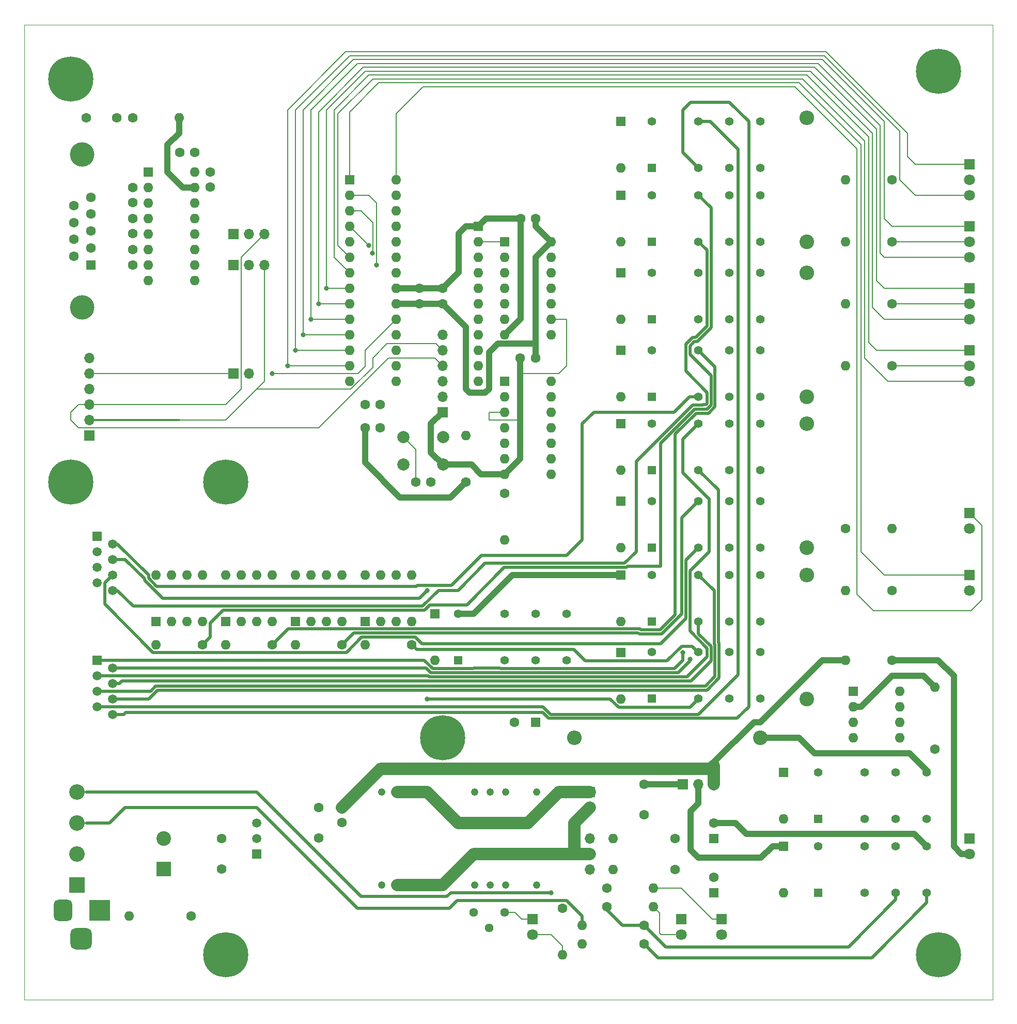
<source format=gbr>
G04 #@! TF.GenerationSoftware,KiCad,Pcbnew,8.0.1*
G04 #@! TF.CreationDate,2024-03-24T02:00:16-07:00*
G04 #@! TF.ProjectId,1d_coinctrl,31645f63-6f69-46e6-9374-726c2e6b6963,4*
G04 #@! TF.SameCoordinates,Original*
G04 #@! TF.FileFunction,Copper,L1,Top*
G04 #@! TF.FilePolarity,Positive*
%FSLAX46Y46*%
G04 Gerber Fmt 4.6, Leading zero omitted, Abs format (unit mm)*
G04 Created by KiCad (PCBNEW 8.0.1) date 2024-03-24 02:00:16*
%MOMM*%
%LPD*%
G01*
G04 APERTURE LIST*
G04 Aperture macros list*
%AMRoundRect*
0 Rectangle with rounded corners*
0 $1 Rounding radius*
0 $2 $3 $4 $5 $6 $7 $8 $9 X,Y pos of 4 corners*
0 Add a 4 corners polygon primitive as box body*
4,1,4,$2,$3,$4,$5,$6,$7,$8,$9,$2,$3,0*
0 Add four circle primitives for the rounded corners*
1,1,$1+$1,$2,$3*
1,1,$1+$1,$4,$5*
1,1,$1+$1,$6,$7*
1,1,$1+$1,$8,$9*
0 Add four rect primitives between the rounded corners*
20,1,$1+$1,$2,$3,$4,$5,0*
20,1,$1+$1,$4,$5,$6,$7,0*
20,1,$1+$1,$6,$7,$8,$9,0*
20,1,$1+$1,$8,$9,$2,$3,0*%
G04 Aperture macros list end*
G04 #@! TA.AperFunction,ComponentPad*
%ADD10C,1.600000*%
G04 #@! TD*
G04 #@! TA.AperFunction,ComponentPad*
%ADD11R,1.600000X1.600000*%
G04 #@! TD*
G04 #@! TA.AperFunction,ComponentPad*
%ADD12O,1.600000X1.600000*%
G04 #@! TD*
G04 #@! TA.AperFunction,ComponentPad*
%ADD13R,1.800000X1.800000*%
G04 #@! TD*
G04 #@! TA.AperFunction,ComponentPad*
%ADD14C,1.800000*%
G04 #@! TD*
G04 #@! TA.AperFunction,ComponentPad*
%ADD15R,1.500000X1.500000*%
G04 #@! TD*
G04 #@! TA.AperFunction,ComponentPad*
%ADD16C,1.500000*%
G04 #@! TD*
G04 #@! TA.AperFunction,ComponentPad*
%ADD17R,1.700000X1.700000*%
G04 #@! TD*
G04 #@! TA.AperFunction,ComponentPad*
%ADD18O,1.700000X1.700000*%
G04 #@! TD*
G04 #@! TA.AperFunction,ComponentPad*
%ADD19R,1.400000X1.400000*%
G04 #@! TD*
G04 #@! TA.AperFunction,ComponentPad*
%ADD20C,1.400000*%
G04 #@! TD*
G04 #@! TA.AperFunction,ComponentPad*
%ADD21C,1.220000*%
G04 #@! TD*
G04 #@! TA.AperFunction,ComponentPad*
%ADD22C,2.400000*%
G04 #@! TD*
G04 #@! TA.AperFunction,ComponentPad*
%ADD23O,2.400000X2.400000*%
G04 #@! TD*
G04 #@! TA.AperFunction,ComponentPad*
%ADD24C,1.440000*%
G04 #@! TD*
G04 #@! TA.AperFunction,ComponentPad*
%ADD25C,2.000000*%
G04 #@! TD*
G04 #@! TA.AperFunction,ComponentPad*
%ADD26R,1.508000X1.508000*%
G04 #@! TD*
G04 #@! TA.AperFunction,ComponentPad*
%ADD27C,1.508000*%
G04 #@! TD*
G04 #@! TA.AperFunction,ComponentPad*
%ADD28R,2.400000X2.400000*%
G04 #@! TD*
G04 #@! TA.AperFunction,ComponentPad*
%ADD29C,4.000000*%
G04 #@! TD*
G04 #@! TA.AperFunction,ComponentPad*
%ADD30C,7.400000*%
G04 #@! TD*
G04 #@! TA.AperFunction,ComponentPad*
%ADD31R,3.500000X3.500000*%
G04 #@! TD*
G04 #@! TA.AperFunction,ComponentPad*
%ADD32RoundRect,0.750000X-0.750000X-1.000000X0.750000X-1.000000X0.750000X1.000000X-0.750000X1.000000X0*%
G04 #@! TD*
G04 #@! TA.AperFunction,ComponentPad*
%ADD33RoundRect,0.875000X-0.875000X-0.875000X0.875000X-0.875000X0.875000X0.875000X-0.875000X0.875000X0*%
G04 #@! TD*
G04 #@! TA.AperFunction,ComponentPad*
%ADD34R,2.550000X2.550000*%
G04 #@! TD*
G04 #@! TA.AperFunction,ComponentPad*
%ADD35C,2.550000*%
G04 #@! TD*
G04 #@! TA.AperFunction,ViaPad*
%ADD36C,0.800000*%
G04 #@! TD*
G04 #@! TA.AperFunction,Conductor*
%ADD37C,2.000000*%
G04 #@! TD*
G04 #@! TA.AperFunction,Conductor*
%ADD38C,1.000000*%
G04 #@! TD*
G04 #@! TA.AperFunction,Conductor*
%ADD39C,0.200000*%
G04 #@! TD*
G04 #@! TA.AperFunction,Conductor*
%ADD40C,0.500000*%
G04 #@! TD*
G04 #@! TA.AperFunction,Conductor*
%ADD41C,0.300000*%
G04 #@! TD*
G04 #@! TA.AperFunction,Profile*
%ADD42C,0.050000*%
G04 #@! TD*
G04 APERTURE END LIST*
D10*
X157514988Y-138395012D03*
X157514988Y-143395012D03*
D11*
X139734988Y-128235012D03*
D10*
X136234988Y-128235012D03*
X88265000Y-152360000D03*
X88265000Y-147360000D03*
X104174988Y-142205012D03*
X104174988Y-147205012D03*
X111760000Y-76200000D03*
X114260000Y-76200000D03*
X120650000Y-59690000D03*
X120650000Y-57190000D03*
X107984988Y-142205012D03*
X107984988Y-144705012D03*
X139734988Y-45685012D03*
X137234988Y-45685012D03*
D11*
X123224988Y-110455012D03*
D12*
X123224988Y-118075012D03*
D11*
X180374988Y-148555012D03*
D12*
X180374988Y-156175012D03*
D11*
X153704988Y-116805012D03*
D12*
X153704988Y-124425012D03*
D11*
X153704988Y-67275012D03*
D12*
X153704988Y-74895012D03*
D11*
X153704988Y-104105012D03*
D12*
X153704988Y-111725012D03*
D11*
X153704988Y-54575012D03*
D12*
X153704988Y-62195012D03*
D11*
X153704988Y-92040012D03*
D12*
X153704988Y-99660012D03*
D11*
X153704988Y-41875012D03*
D12*
X153704988Y-49495012D03*
D11*
X153704988Y-79340012D03*
D12*
X153704988Y-86960012D03*
D11*
X153704988Y-29810012D03*
D12*
X153704988Y-37430012D03*
D13*
X210854988Y-147285012D03*
D14*
X210854988Y-149825012D03*
D15*
X67818000Y-97755012D03*
D16*
X70358000Y-99025012D03*
X67818000Y-100295012D03*
X70358000Y-101565012D03*
X67818000Y-102835012D03*
X70358000Y-104105012D03*
X67818000Y-105375012D03*
X70358000Y-106645012D03*
D17*
X163864988Y-138395012D03*
D18*
X166404988Y-138395012D03*
X168944988Y-138395012D03*
D15*
X67818000Y-118075012D03*
D16*
X70358000Y-119345012D03*
X67818000Y-120615012D03*
X70358000Y-121885012D03*
X67818000Y-123155012D03*
X70358000Y-124425012D03*
X67818000Y-125695012D03*
X70358000Y-126965012D03*
D19*
X186055000Y-156210000D03*
D20*
X193675000Y-156210000D03*
X198755000Y-156210000D03*
X203835000Y-156210000D03*
X203835000Y-148590000D03*
X198755000Y-148590000D03*
X193675000Y-148590000D03*
X186055000Y-148590000D03*
D19*
X186055000Y-144145000D03*
D20*
X193675000Y-144145000D03*
X198755000Y-144145000D03*
X203835000Y-144145000D03*
X203835000Y-136525000D03*
X198755000Y-136525000D03*
X193675000Y-136525000D03*
X186055000Y-136525000D03*
D19*
X158750000Y-111760000D03*
D20*
X166370000Y-111760000D03*
X171450000Y-111760000D03*
X176530000Y-111760000D03*
X176530000Y-104140000D03*
X171450000Y-104140000D03*
X166370000Y-104140000D03*
X158750000Y-104140000D03*
D19*
X158750000Y-99695000D03*
D20*
X166370000Y-99695000D03*
X171450000Y-99695000D03*
X176530000Y-99695000D03*
X176530000Y-92075000D03*
X171450000Y-92075000D03*
X166370000Y-92075000D03*
X158750000Y-92075000D03*
D19*
X158750000Y-86995000D03*
D20*
X166370000Y-86995000D03*
X171450000Y-86995000D03*
X176530000Y-86995000D03*
X176530000Y-79375000D03*
X171450000Y-79375000D03*
X166370000Y-79375000D03*
X158750000Y-79375000D03*
D19*
X158750000Y-74930000D03*
D20*
X166370000Y-74930000D03*
X171450000Y-74930000D03*
X176530000Y-74930000D03*
X176530000Y-67310000D03*
X171450000Y-67310000D03*
X166370000Y-67310000D03*
X158750000Y-67310000D03*
D19*
X158750000Y-49530000D03*
D20*
X166370000Y-49530000D03*
X171450000Y-49530000D03*
X176530000Y-49530000D03*
X176530000Y-41910000D03*
X171450000Y-41910000D03*
X166370000Y-41910000D03*
X158750000Y-41910000D03*
D19*
X158782500Y-37417500D03*
D20*
X166402500Y-37417500D03*
X171482500Y-37417500D03*
X176562500Y-37417500D03*
X176562500Y-29797500D03*
X171482500Y-29797500D03*
X166402500Y-29797500D03*
X158782500Y-29797500D03*
D19*
X127000000Y-118110000D03*
D20*
X134620000Y-118110000D03*
X139700000Y-118110000D03*
X144780000Y-118110000D03*
X144780000Y-110490000D03*
X139700000Y-110490000D03*
X134620000Y-110490000D03*
X127000000Y-110490000D03*
D21*
X114464988Y-154940000D03*
X117004988Y-154940000D03*
X129704988Y-154940000D03*
X132244988Y-154940000D03*
X134784988Y-154940000D03*
X139864988Y-154940000D03*
X139864988Y-139700000D03*
X134784988Y-139700000D03*
X132244988Y-139700000D03*
X129704988Y-139700000D03*
X117004988Y-139700000D03*
X114464988Y-139700000D03*
D22*
X176564988Y-130775012D03*
D23*
X146084988Y-130775012D03*
D10*
X128270000Y-88900000D03*
D12*
X128270000Y-81280000D03*
D22*
X184184988Y-74895012D03*
D23*
X184184988Y-54575012D03*
D22*
X184184988Y-99660012D03*
D23*
X184184988Y-79340012D03*
D22*
X184184988Y-49495012D03*
D23*
X184184988Y-29175012D03*
D24*
X134605000Y-159430000D03*
X132065000Y-161970000D03*
X129525000Y-159430000D03*
D10*
X198154988Y-118075012D03*
D12*
X190534988Y-118075012D03*
D25*
X118035000Y-81570000D03*
X124535000Y-81570000D03*
X118035000Y-86070000D03*
X124535000Y-86070000D03*
D17*
X148624988Y-139665012D03*
D18*
X148624988Y-142205012D03*
X148624988Y-147285012D03*
X148624988Y-149825012D03*
X148624988Y-152365012D03*
D26*
X93980000Y-149860000D03*
D27*
X93980000Y-147320000D03*
X93980000Y-144780000D03*
D11*
X134654988Y-72355012D03*
D12*
X134654988Y-74895012D03*
X134654988Y-77435012D03*
X134654988Y-79975012D03*
X134654988Y-82515012D03*
X134654988Y-85055012D03*
X134654988Y-87595012D03*
X142274988Y-87595012D03*
X142274988Y-85055012D03*
X142274988Y-82515012D03*
X142274988Y-79975012D03*
X142274988Y-77435012D03*
X142274988Y-74895012D03*
X142274988Y-72355012D03*
D11*
X134654988Y-49495012D03*
D12*
X134654988Y-52035012D03*
X134654988Y-54575012D03*
X134654988Y-57115012D03*
X134654988Y-59655012D03*
X134654988Y-62195012D03*
X134654988Y-64735012D03*
X142274988Y-64735012D03*
X142274988Y-62195012D03*
X142274988Y-59655012D03*
X142274988Y-57115012D03*
X142274988Y-54575012D03*
X142274988Y-52035012D03*
X142274988Y-49495012D03*
D10*
X139694988Y-68545012D03*
X137194988Y-68545012D03*
D19*
X158750000Y-124412500D03*
D20*
X166370000Y-124412500D03*
X171450000Y-124412500D03*
X176530000Y-124412500D03*
X176530000Y-116792500D03*
X171450000Y-116792500D03*
X166370000Y-116792500D03*
X158750000Y-116792500D03*
D11*
X168944988Y-156175012D03*
D10*
X168944988Y-153675012D03*
D11*
X168944988Y-147285012D03*
D10*
X168944988Y-144785012D03*
D28*
X78774988Y-152285012D03*
D22*
X78774988Y-147285012D03*
D10*
X162594988Y-147285012D03*
D12*
X152434988Y-147285012D03*
D10*
X162594988Y-152365012D03*
D12*
X152434988Y-152365012D03*
D13*
X210820000Y-93980000D03*
D14*
X210820000Y-96520000D03*
D19*
X158750000Y-62230000D03*
D20*
X166370000Y-62230000D03*
X171450000Y-62230000D03*
X176530000Y-62230000D03*
X176530000Y-54610000D03*
X171450000Y-54610000D03*
X166370000Y-54610000D03*
X158750000Y-54610000D03*
D11*
X180374988Y-136490012D03*
D12*
X180374988Y-144110012D03*
D10*
X190500000Y-96520000D03*
D12*
X198120000Y-96520000D03*
D10*
X73694988Y-40605012D03*
X73694988Y-43105012D03*
X73694988Y-45685012D03*
X73694988Y-48185012D03*
X83854988Y-34890012D03*
X81354988Y-34890012D03*
X73694988Y-50805012D03*
X73694988Y-53305012D03*
D29*
X65416988Y-35265012D03*
X65416988Y-60265012D03*
D11*
X66836988Y-53305012D03*
D10*
X66836988Y-50535012D03*
X66836988Y-47765012D03*
X66836988Y-44995012D03*
X66836988Y-42225012D03*
X63996988Y-51920012D03*
X63996988Y-49150012D03*
X63996988Y-46380012D03*
X63996988Y-43610012D03*
X73694988Y-29175012D03*
D12*
X81314988Y-29175012D03*
D11*
X76234988Y-38065012D03*
D12*
X76234988Y-40605012D03*
X76234988Y-43145012D03*
X76234988Y-45685012D03*
X76234988Y-48225012D03*
X76234988Y-50765012D03*
X76234988Y-53305012D03*
X76234988Y-55845012D03*
X83854988Y-55845012D03*
X83854988Y-53305012D03*
X83854988Y-50765012D03*
X83854988Y-48225012D03*
X83854988Y-45685012D03*
X83854988Y-43145012D03*
X83854988Y-40605012D03*
X83854988Y-38065012D03*
D10*
X66074988Y-29175012D03*
X71074988Y-29175012D03*
X205139988Y-132680012D03*
D12*
X205139988Y-122520012D03*
D10*
X86394988Y-38065012D03*
X86394988Y-40565012D03*
D30*
X205740000Y-166370000D03*
X63500000Y-22860000D03*
X205740000Y-21555012D03*
X88900000Y-166370000D03*
D10*
X124460000Y-59690000D03*
X124460000Y-57190000D03*
X111760000Y-79990000D03*
X114260000Y-79990000D03*
D30*
X124494988Y-130775012D03*
D10*
X119414988Y-115535012D03*
D12*
X111794988Y-115535012D03*
D10*
X107984988Y-115535012D03*
D12*
X100364988Y-115535012D03*
D11*
X111794988Y-111725012D03*
D12*
X114334988Y-111725012D03*
X116874988Y-111725012D03*
X119414988Y-111725012D03*
X119414988Y-104105012D03*
X116874988Y-104105012D03*
X114334988Y-104105012D03*
X111794988Y-104105012D03*
D11*
X100364988Y-111725012D03*
D12*
X102904988Y-111725012D03*
X105444988Y-111725012D03*
X107984988Y-111725012D03*
X107984988Y-104105012D03*
X105444988Y-104105012D03*
X102904988Y-104105012D03*
X100364988Y-104105012D03*
D11*
X77504988Y-111725012D03*
D12*
X80044988Y-111725012D03*
X82584988Y-111725012D03*
X85124988Y-111725012D03*
X85124988Y-104105012D03*
X82584988Y-104105012D03*
X80044988Y-104105012D03*
X77504988Y-104105012D03*
D10*
X96554988Y-115535012D03*
D12*
X88934988Y-115535012D03*
D10*
X85124988Y-115535012D03*
D12*
X77504988Y-115535012D03*
D11*
X88934988Y-111725012D03*
D12*
X91474988Y-111725012D03*
X94014988Y-111725012D03*
X96554988Y-111725012D03*
X96554988Y-104105012D03*
X94014988Y-104105012D03*
X91474988Y-104105012D03*
X88934988Y-104105012D03*
D10*
X83219988Y-159985012D03*
D12*
X73059988Y-159985012D03*
D30*
X88900000Y-88900000D03*
D13*
X210820000Y-46980000D03*
D14*
X210820000Y-49520000D03*
X210820000Y-52060000D03*
D22*
X184150000Y-124460000D03*
D23*
X184150000Y-104140000D03*
D13*
X210854988Y-36820000D03*
D14*
X210854988Y-39360000D03*
X210854988Y-41900000D03*
D10*
X198154988Y-59690000D03*
D12*
X190534988Y-59690000D03*
D17*
X90170000Y-53340000D03*
D18*
X92710000Y-53340000D03*
X95250000Y-53340000D03*
D10*
X198120000Y-49530000D03*
D12*
X190500000Y-49530000D03*
D13*
X170180000Y-160523000D03*
D14*
X170180000Y-163063000D03*
D10*
X157480000Y-161544000D03*
D12*
X147320000Y-161544000D03*
D13*
X163576000Y-160528000D03*
D14*
X163576000Y-163068000D03*
D11*
X109220000Y-39370000D03*
D12*
X109220000Y-41910000D03*
X109220000Y-44450000D03*
X109220000Y-46990000D03*
X109220000Y-49530000D03*
X109220000Y-52070000D03*
X109220000Y-54610000D03*
X109220000Y-57150000D03*
X109220000Y-59690000D03*
X109220000Y-62230000D03*
X109220000Y-64770000D03*
X109220000Y-67310000D03*
X109220000Y-69850000D03*
X109220000Y-72390000D03*
X116840000Y-72390000D03*
X116840000Y-69850000D03*
X116840000Y-67310000D03*
X116840000Y-64770000D03*
X116840000Y-62230000D03*
X116840000Y-59690000D03*
X116840000Y-57150000D03*
X116840000Y-54610000D03*
X116840000Y-52070000D03*
X116840000Y-49530000D03*
X116840000Y-46990000D03*
X116840000Y-44450000D03*
X116840000Y-41910000D03*
X116840000Y-39370000D03*
D13*
X210820000Y-57150000D03*
D14*
X210820000Y-59690000D03*
X210820000Y-62230000D03*
D10*
X134620000Y-90805000D03*
D12*
X134620000Y-98425000D03*
D10*
X120035000Y-88900000D03*
X122535000Y-88900000D03*
X198120000Y-69850000D03*
D12*
X190500000Y-69850000D03*
D10*
X144145000Y-158750000D03*
D12*
X144145000Y-166370000D03*
D31*
X68230000Y-159062500D03*
D32*
X62230000Y-159062500D03*
D33*
X65230000Y-163762500D03*
D17*
X90170000Y-48260000D03*
D18*
X92710000Y-48260000D03*
X95250000Y-48260000D03*
D13*
X210820000Y-104140000D03*
D14*
X210820000Y-106680000D03*
D17*
X124460000Y-77470000D03*
D18*
X124460000Y-74930000D03*
X124460000Y-72390000D03*
X124460000Y-69850000D03*
X124460000Y-67310000D03*
X124460000Y-64770000D03*
D13*
X139192000Y-160523000D03*
D14*
X139192000Y-163063000D03*
D17*
X90170000Y-71120000D03*
D18*
X92710000Y-71120000D03*
D34*
X64516000Y-154940000D03*
D35*
X64516000Y-149860000D03*
X64516000Y-144780000D03*
X64516000Y-139700000D03*
D10*
X198120000Y-106680000D03*
D12*
X190500000Y-106680000D03*
D10*
X157480000Y-164592000D03*
D12*
X147320000Y-164592000D03*
D10*
X151384000Y-158496000D03*
D12*
X159004000Y-158496000D03*
D13*
X210854988Y-67310000D03*
D14*
X210854988Y-69850000D03*
X210854988Y-72390000D03*
D10*
X198154988Y-39370000D03*
D12*
X190534988Y-39370000D03*
D11*
X130302000Y-46990000D03*
D12*
X130302000Y-49530000D03*
X130302000Y-52070000D03*
X130302000Y-54610000D03*
X130302000Y-57150000D03*
X130302000Y-59690000D03*
X130302000Y-62230000D03*
X130302000Y-64770000D03*
X130302000Y-67310000D03*
X130302000Y-69850000D03*
X130302000Y-72390000D03*
D17*
X66605000Y-81280000D03*
D18*
X66605000Y-78740000D03*
X66605000Y-76200000D03*
X66605000Y-73660000D03*
X66605000Y-71120000D03*
X66605000Y-68580000D03*
D11*
X191780000Y-123200000D03*
D12*
X191780000Y-125740000D03*
X191780000Y-128280000D03*
X191780000Y-130820000D03*
X199400000Y-130820000D03*
X199400000Y-128280000D03*
X199400000Y-125740000D03*
X199400000Y-123200000D03*
D30*
X63500000Y-88900000D03*
D10*
X151384000Y-155448000D03*
D12*
X159004000Y-155448000D03*
D36*
X121954988Y-124425012D03*
X121954988Y-106645012D03*
X163864988Y-116805012D03*
X164994987Y-117935011D03*
X99060000Y-69850000D03*
X100330000Y-67310000D03*
X102870000Y-62230000D03*
X101600000Y-64770000D03*
X104140000Y-59690000D03*
X105444988Y-57184988D03*
X142240000Y-156210000D03*
X96520000Y-71120000D03*
X113665000Y-53340000D03*
X112395000Y-50165000D03*
X113005000Y-51435000D03*
D37*
X138464988Y-144745012D02*
X127034988Y-144745012D01*
X121954988Y-139665012D02*
X117004988Y-139665012D01*
X148624988Y-139665012D02*
X143544988Y-139665012D01*
D38*
X157514988Y-138395012D02*
X163864988Y-138395012D01*
D37*
X143544988Y-139665012D02*
X138464988Y-144745012D01*
X127034988Y-144745012D02*
X121954988Y-139665012D01*
D38*
X130775012Y-87595012D02*
X129250000Y-86070000D01*
D39*
X142274988Y-62195012D02*
X144814988Y-62195012D01*
D38*
X137194988Y-68545012D02*
X137194988Y-71085012D01*
X134654988Y-64735012D02*
X137234988Y-62155012D01*
X124460000Y-57150000D02*
X127069976Y-54540024D01*
X116840000Y-57150000D02*
X124460000Y-57150000D01*
X137194988Y-85055012D02*
X137194988Y-78705012D01*
X83854988Y-40605012D02*
X81880012Y-40605012D01*
X137234988Y-62155012D02*
X137234988Y-45685012D01*
X79375000Y-33655000D02*
X81314988Y-31715012D01*
X131572000Y-45720000D02*
X137200000Y-45720000D01*
D37*
X146084988Y-144745012D02*
X148624988Y-142205012D01*
D38*
X124535000Y-86070000D02*
X122555000Y-84090000D01*
X128270000Y-46990000D02*
X130302000Y-46990000D01*
X127069976Y-54540024D02*
X127069976Y-48190024D01*
D39*
X144814988Y-69815012D02*
X143544988Y-71085012D01*
D38*
X137200000Y-45720000D02*
X137234988Y-45685012D01*
D37*
X124494988Y-154905012D02*
X129574988Y-149825012D01*
X129574988Y-149825012D02*
X148624988Y-149825012D01*
D39*
X143544988Y-71085012D02*
X137194988Y-71085012D01*
D37*
X117004988Y-154905012D02*
X124494988Y-154905012D01*
D39*
X134654988Y-77435012D02*
X132114988Y-77435012D01*
D38*
X130302000Y-46990000D02*
X131572000Y-45720000D01*
X122555000Y-84090000D02*
X122555000Y-79375000D01*
X129250000Y-86070000D02*
X124535000Y-86070000D01*
X127069976Y-48190024D02*
X128270000Y-46990000D01*
X134654988Y-87595012D02*
X130775012Y-87595012D01*
D39*
X144814988Y-62195012D02*
X144814988Y-69815012D01*
D38*
X81314988Y-31715012D02*
X81314988Y-29175012D01*
D39*
X132114988Y-78705012D02*
X137194988Y-78705012D01*
D38*
X122555000Y-79375000D02*
X124460000Y-77470000D01*
X137194988Y-71085012D02*
X137194988Y-78705012D01*
X134654988Y-87595012D02*
X137194988Y-85055012D01*
D39*
X132114988Y-77435012D02*
X132114988Y-78705012D01*
D38*
X79375000Y-38100000D02*
X79375000Y-33655000D01*
D37*
X146084988Y-149825012D02*
X146084988Y-144745012D01*
D38*
X81880012Y-40605012D02*
X79375000Y-38100000D01*
D39*
X139192000Y-160523000D02*
X137409000Y-160523000D01*
X137409000Y-160523000D02*
X136316000Y-159430000D01*
X136316000Y-159430000D02*
X134605000Y-159430000D01*
D38*
X139694988Y-68545012D02*
X139694988Y-66045012D01*
X139694988Y-52075012D02*
X142274988Y-49495012D01*
X124460000Y-59690000D02*
X116840000Y-59690000D01*
X139734988Y-45685012D02*
X139734988Y-46955012D01*
X139734988Y-46955012D02*
X142274988Y-49495012D01*
D37*
X168944988Y-135418763D02*
X168944988Y-138395012D01*
D38*
X128270000Y-73660000D02*
X128270000Y-63500000D01*
X111760000Y-79990000D02*
X111760000Y-85725000D01*
X133505013Y-66195013D02*
X132080000Y-67620026D01*
X117475000Y-91440000D02*
X125730000Y-91440000D01*
D37*
X114334988Y-135855012D02*
X168944988Y-135855012D01*
D38*
X168944988Y-135855012D02*
X168944988Y-135418763D01*
X176564988Y-128235012D02*
X186724988Y-118075012D01*
X131445000Y-74295000D02*
X128905000Y-74295000D01*
X132080000Y-73660000D02*
X131445000Y-74295000D01*
X175503426Y-128235012D02*
X176564988Y-128235012D01*
X132080000Y-67620026D02*
X132080000Y-73660000D01*
X128270000Y-63500000D02*
X124460000Y-59690000D01*
X168944988Y-135418763D02*
X168944988Y-134793450D01*
X139544987Y-66195013D02*
X133505013Y-66195013D01*
X139694988Y-66045012D02*
X139544987Y-66195013D01*
X125730000Y-91440000D02*
X128270000Y-88900000D01*
X168944988Y-134793450D02*
X175503426Y-128235012D01*
X186724988Y-118075012D02*
X190534988Y-118075012D01*
D37*
X107984988Y-142205012D02*
X114334988Y-135855012D01*
D38*
X111760000Y-85725000D02*
X117475000Y-91440000D01*
X139694988Y-66045012D02*
X139694988Y-52075012D01*
X128905000Y-74295000D02*
X128270000Y-73660000D01*
D40*
X130810000Y-100965000D02*
X144780000Y-100965000D01*
X71154988Y-99025012D02*
X70358000Y-99025012D01*
X149259988Y-77435012D02*
X162450775Y-77435012D01*
X76294986Y-104165010D02*
X76294986Y-104685812D01*
X77594175Y-105985001D02*
X120146195Y-105985001D01*
X144780000Y-100965000D02*
X147354988Y-98390012D01*
X164990775Y-74895012D02*
X166404988Y-74895012D01*
X147354988Y-98390012D02*
X147354988Y-79340012D01*
X76294986Y-104685812D02*
X77594175Y-105985001D01*
X120296186Y-105835010D02*
X125939990Y-105835010D01*
X162450775Y-77435012D02*
X164990775Y-74895012D01*
X71154988Y-99025012D02*
X76294986Y-104165010D01*
X120146195Y-105985001D02*
X120296186Y-105835010D01*
X125939990Y-105835010D02*
X130810000Y-100965000D01*
X147354988Y-79340012D02*
X149259988Y-77435012D01*
X75634977Y-104959199D02*
X75634976Y-104775000D01*
X166404988Y-124425012D02*
X164994987Y-125835013D01*
X121954988Y-106645012D02*
X120684988Y-107915012D01*
X72424988Y-101565012D02*
X70358000Y-101565012D01*
X75634976Y-104775000D02*
X72424988Y-101565012D01*
X151914186Y-124425012D02*
X121954988Y-124425012D01*
X153324187Y-125835013D02*
X151914186Y-124425012D01*
X164994987Y-125835013D02*
X153324187Y-125835013D01*
X78590790Y-107915012D02*
X75634977Y-104959199D01*
X120684988Y-107915012D02*
X78590790Y-107915012D01*
X111214187Y-114325011D02*
X108734186Y-116805012D01*
X69088000Y-105375012D02*
X70358000Y-104105012D01*
X164334976Y-111255024D02*
X160194989Y-115395011D01*
X121065789Y-115395011D02*
X119995789Y-114325011D01*
X108734186Y-116805012D02*
X76984186Y-116805012D01*
X160194989Y-115395011D02*
X121065789Y-115395011D01*
X119995789Y-114325011D02*
X111214187Y-114325011D01*
X69088000Y-108908826D02*
X69088000Y-105375012D01*
X164334976Y-101730024D02*
X164334976Y-111255024D01*
X166404988Y-99660012D02*
X164334976Y-101730024D01*
X76984186Y-116805012D02*
X69088000Y-108908826D01*
X73745009Y-109235033D02*
X71154988Y-106645012D01*
X166404988Y-49495012D02*
X167814989Y-50905013D01*
X164334976Y-70738198D02*
X167814989Y-74218211D01*
X156244988Y-100295012D02*
X154305000Y-102235000D01*
X167814989Y-63325011D02*
X165935000Y-65205000D01*
X167674988Y-76165012D02*
X167221790Y-76165012D01*
X167814989Y-76025011D02*
X167674988Y-76165012D01*
X167081789Y-76305013D02*
X165486393Y-76305014D01*
X165486393Y-76305014D02*
X156244988Y-85546420D01*
X154305000Y-102235000D02*
X131445000Y-102235000D01*
X167814989Y-50905013D02*
X167814989Y-63325011D01*
X167221790Y-76165012D02*
X167081789Y-76305013D01*
X165935000Y-65205000D02*
X165454802Y-65205000D01*
X165454802Y-65205000D02*
X164334976Y-66324826D01*
X71154988Y-106645012D02*
X70358000Y-106645012D01*
X123763590Y-106645012D02*
X121173570Y-109235032D01*
X167814989Y-74218211D02*
X167814989Y-76025011D01*
X131445000Y-102235000D02*
X127034988Y-106645012D01*
X156244988Y-85546420D02*
X156244988Y-100295012D01*
X121173570Y-109235032D02*
X73745009Y-109235033D01*
X127034988Y-106645012D02*
X123763590Y-106645012D01*
X164334976Y-66324826D02*
X164334976Y-70738198D01*
X122844187Y-119485013D02*
X129434987Y-119485013D01*
X162454987Y-119485013D02*
X163864988Y-118075012D01*
X129574988Y-119345012D02*
X133838186Y-119345012D01*
X133838186Y-119345012D02*
X133978187Y-119485013D01*
X121434186Y-118075012D02*
X122844187Y-119485013D01*
X163864988Y-118075012D02*
X163864988Y-116805012D01*
X67818000Y-118075012D02*
X121434186Y-118075012D01*
X129434987Y-119485013D02*
X129574988Y-119345012D01*
X133978187Y-119485013D02*
X162454987Y-119485013D01*
X121770790Y-119345012D02*
X122570801Y-120145023D01*
X122570801Y-120145023D02*
X163064977Y-120145023D01*
X164994987Y-118215013D02*
X164994987Y-117935011D01*
X163064977Y-120145023D02*
X164994987Y-118215013D01*
X70358000Y-119345012D02*
X121770790Y-119345012D01*
X122107394Y-120615012D02*
X122297416Y-120805034D01*
X168128186Y-100295012D02*
X168128186Y-91676408D01*
X164994987Y-113308209D02*
X164994987Y-103428211D01*
X167814989Y-116128211D02*
X164994987Y-113308209D01*
X164994987Y-103428211D02*
X168128186Y-100295012D01*
X67818000Y-120615012D02*
X122107394Y-120615012D01*
X164491768Y-120805034D02*
X167814989Y-117481813D01*
X168128186Y-91676408D02*
X163864988Y-87413210D01*
X163864988Y-87413210D02*
X163864988Y-81880012D01*
X163864988Y-81880012D02*
X166404988Y-79340012D01*
X122297416Y-120805034D02*
X164491768Y-120805034D01*
X167814989Y-117481813D02*
X167814989Y-116128211D01*
X168475000Y-115854826D02*
X168475000Y-118208396D01*
X165218353Y-121465043D02*
X71938463Y-121465043D01*
X71938463Y-121465043D02*
X71518494Y-121885012D01*
X166404988Y-113784814D02*
X168475000Y-115854826D01*
X166404988Y-111725012D02*
X166404988Y-113784814D01*
X71518494Y-121885012D02*
X70358000Y-121885012D01*
X168475000Y-118208396D02*
X165218353Y-121465043D01*
X168995008Y-106695032D02*
X166404988Y-104105012D01*
X169135010Y-120761594D02*
X169135010Y-115581440D01*
X77442802Y-122355000D02*
X167541604Y-122355000D01*
X169135010Y-115581440D02*
X168995008Y-115441438D01*
X76642790Y-123155012D02*
X77442802Y-122355000D01*
X67818000Y-123155012D02*
X76642790Y-123155012D01*
X168995008Y-115441438D02*
X168995008Y-106695032D01*
X167541604Y-122355000D02*
X169135010Y-120761594D01*
X76306186Y-124425012D02*
X77716187Y-123015011D01*
X169655019Y-115168053D02*
X169655019Y-90210043D01*
X167814989Y-123015011D02*
X169795021Y-121034979D01*
X70358000Y-124425012D02*
X76306186Y-124425012D01*
X169795021Y-115308055D02*
X169655019Y-115168053D01*
X169795021Y-121034979D02*
X169795021Y-115308055D01*
X169655019Y-90210043D02*
X166404988Y-86960012D01*
X77716187Y-123015011D02*
X167814989Y-123015011D01*
X172894989Y-34395013D02*
X168309988Y-29810012D01*
X67818000Y-125695012D02*
X140866386Y-125695012D01*
X142136386Y-126965012D02*
X166404988Y-126965012D01*
X168309988Y-29810012D02*
X166404988Y-29810012D01*
X166404988Y-126965012D02*
X172894989Y-120475011D01*
X140866386Y-125695012D02*
X142136386Y-126965012D01*
X172894989Y-120475011D02*
X172894989Y-34395013D01*
X140902989Y-126665011D02*
X141863000Y-127625022D01*
X141863000Y-127625022D02*
X172764975Y-127625023D01*
X172764975Y-127625023D02*
X174694986Y-125695012D01*
X171484988Y-26635012D02*
X165134988Y-26635012D01*
X72515649Y-126665011D02*
X140902989Y-126665011D01*
X174694986Y-125695012D02*
X174694986Y-29845010D01*
X70358000Y-126965012D02*
X72215648Y-126965012D01*
X72215648Y-126965012D02*
X72515649Y-126665011D01*
X163864988Y-34890012D02*
X166404988Y-37430012D01*
X174694986Y-29845010D02*
X171484988Y-26635012D01*
X163864988Y-27905012D02*
X163864988Y-34890012D01*
X165134988Y-26635012D02*
X163864988Y-27905012D01*
D39*
X120035000Y-88900000D02*
X120035000Y-83570000D01*
X120035000Y-83570000D02*
X118035000Y-81570000D01*
D40*
X157480000Y-164592000D02*
X159766000Y-166878000D01*
X194818000Y-166878000D02*
X203835000Y-157861000D01*
X203835000Y-157861000D02*
X203835000Y-156210000D01*
X159766000Y-166878000D02*
X194818000Y-166878000D01*
X153924000Y-161544000D02*
X150876000Y-158496000D01*
X198755000Y-156210000D02*
X198755000Y-157353000D01*
X191008000Y-165100000D02*
X161036000Y-165100000D01*
X161036000Y-165100000D02*
X157480000Y-161544000D01*
X198755000Y-157353000D02*
X191008000Y-165100000D01*
X157480000Y-161544000D02*
X153924000Y-161544000D01*
D39*
X99060000Y-69850000D02*
X99060000Y-27940000D01*
X108585000Y-18415000D02*
X187325000Y-18415000D01*
X201920000Y-36820000D02*
X210854988Y-36820000D01*
X200660000Y-31750000D02*
X200660000Y-35560000D01*
X200660000Y-35560000D02*
X201920000Y-36820000D01*
X99060000Y-27940000D02*
X108585000Y-18415000D01*
X187325000Y-18415000D02*
X200660000Y-31750000D01*
X109220000Y-69850000D02*
X99060000Y-69850000D01*
X109220000Y-67310000D02*
X100330000Y-67310000D01*
X109220000Y-19050000D02*
X187007500Y-19050000D01*
X100330000Y-27940000D02*
X109220000Y-19050000D01*
X199390000Y-31432500D02*
X199390000Y-39370000D01*
X187007500Y-19050000D02*
X199390000Y-31432500D01*
X201920000Y-41900000D02*
X210854988Y-41900000D01*
X199390000Y-39370000D02*
X201920000Y-41900000D01*
X100330000Y-67310000D02*
X100330000Y-27940000D01*
X140970000Y-163068000D02*
X142240000Y-163068000D01*
X140965000Y-163063000D02*
X140970000Y-163068000D01*
X144145000Y-164973000D02*
X144145000Y-166370000D01*
X139192000Y-163063000D02*
X140965000Y-163063000D01*
X142240000Y-163068000D02*
X144145000Y-164973000D01*
X160020000Y-162814000D02*
X160274000Y-163068000D01*
X160274000Y-163068000D02*
X163576000Y-163068000D01*
X159004000Y-158496000D02*
X160020000Y-159512000D01*
X160020000Y-159512000D02*
X160020000Y-162814000D01*
X109220000Y-62230000D02*
X102870000Y-62230000D01*
X102870000Y-27940000D02*
X110490000Y-20320000D01*
X196215000Y-51435000D02*
X196840000Y-52060000D01*
X196840000Y-52060000D02*
X210820000Y-52060000D01*
X110490000Y-20320000D02*
X186055000Y-20320000D01*
X186055000Y-20320000D02*
X196215000Y-30480000D01*
X196215000Y-30480000D02*
X196215000Y-51435000D01*
X102870000Y-62230000D02*
X102870000Y-27940000D01*
X101600000Y-64770000D02*
X101600000Y-27940000D01*
X101600000Y-27940000D02*
X109855000Y-19685000D01*
X109855000Y-19685000D02*
X186690000Y-19685000D01*
X196850000Y-45720000D02*
X198110000Y-46980000D01*
X198110000Y-46980000D02*
X210820000Y-46980000D01*
X109220000Y-64770000D02*
X101600000Y-64770000D01*
X196850000Y-29845000D02*
X196850000Y-45720000D01*
X186690000Y-19685000D02*
X196850000Y-29845000D01*
X163581000Y-155448000D02*
X168656000Y-160523000D01*
X163581000Y-155448000D02*
X159004000Y-155448000D01*
X170180000Y-160523000D02*
X168656000Y-160523000D01*
D38*
X208280000Y-120650000D02*
X205705012Y-118075012D01*
X209515012Y-149825012D02*
X208280000Y-148590000D01*
X210854988Y-149825012D02*
X209515012Y-149825012D01*
X208280000Y-148590000D02*
X208280000Y-120650000D01*
X205705012Y-118075012D02*
X198154988Y-118075012D01*
D39*
X210844988Y-39370000D02*
X210854988Y-39360000D01*
X195580000Y-31115000D02*
X195580000Y-55880000D01*
X111442500Y-20955000D02*
X185420000Y-20955000D01*
X104140000Y-28257500D02*
X111442500Y-20955000D01*
X104140000Y-59690000D02*
X104140000Y-28257500D01*
X195580000Y-55880000D02*
X196850000Y-57150000D01*
X109220000Y-59690000D02*
X104140000Y-59690000D01*
X185420000Y-20955000D02*
X195580000Y-31115000D01*
X196850000Y-57150000D02*
X210820000Y-57150000D01*
D38*
X166404988Y-150460012D02*
X165134988Y-149190012D01*
X165134988Y-142840012D02*
X166404988Y-141570012D01*
X153704988Y-104105012D02*
X135924988Y-104105012D01*
X166404988Y-141570012D02*
X166404988Y-138395012D01*
X180374988Y-148555012D02*
X178574988Y-148555012D01*
X178574988Y-148555012D02*
X176669988Y-150460012D01*
X165134988Y-149190012D02*
X165134988Y-142840012D01*
X176669988Y-150460012D02*
X166404988Y-150460012D01*
X135924988Y-104105012D02*
X129574988Y-110455012D01*
X129574988Y-110455012D02*
X127034988Y-110455012D01*
D40*
X145951591Y-116335011D02*
X147831593Y-118215013D01*
X165404989Y-115805013D02*
X166404988Y-116805012D01*
X161235007Y-118215013D02*
X163645007Y-115805013D01*
X163645007Y-115805013D02*
X165404989Y-115805013D01*
X147831593Y-118215013D02*
X161235007Y-118215013D01*
X120214987Y-116335011D02*
X145951591Y-116335011D01*
X119414988Y-115535012D02*
X120214987Y-116335011D01*
D38*
X168944988Y-144785012D02*
X172471012Y-144785012D01*
X172471012Y-144785012D02*
X174244000Y-146558000D01*
X174244000Y-146558000D02*
X201803000Y-146558000D01*
X201803000Y-146558000D02*
X203835000Y-148590000D01*
D39*
X192405000Y-107315000D02*
X195072000Y-109982000D01*
X211074000Y-109982000D02*
X212852000Y-108204000D01*
X212852000Y-108204000D02*
X212852000Y-96012000D01*
X195072000Y-109982000D02*
X211074000Y-109982000D01*
X192405000Y-34290000D02*
X192405000Y-107315000D01*
X182245000Y-24130000D02*
X192405000Y-34290000D01*
X116840000Y-39370000D02*
X116840000Y-28575000D01*
X212852000Y-96012000D02*
X210820000Y-93980000D01*
X116840000Y-28575000D02*
X121285000Y-24130000D01*
X121285000Y-24130000D02*
X182245000Y-24130000D01*
D38*
X203969989Y-136290013D02*
X200994988Y-133315012D01*
X182914988Y-130775012D02*
X176564988Y-130775012D01*
X200994988Y-133315012D02*
X185454988Y-133315012D01*
X185454988Y-133315012D02*
X182914988Y-130775012D01*
D39*
X105410000Y-27940000D02*
X105410000Y-57150000D01*
X111760000Y-21590000D02*
X105410000Y-27940000D01*
X210820000Y-62230000D02*
X196850000Y-62230000D01*
X184785000Y-21590000D02*
X111760000Y-21590000D01*
X194945000Y-31750000D02*
X184785000Y-21590000D01*
X105410000Y-57150000D02*
X105444988Y-57184988D01*
X194945000Y-60325000D02*
X194945000Y-31750000D01*
X105479976Y-57150000D02*
X105444988Y-57184988D01*
X196850000Y-62230000D02*
X194945000Y-60325000D01*
X109220000Y-57150000D02*
X105479976Y-57150000D01*
X109220000Y-54610000D02*
X106680000Y-52070000D01*
X106680000Y-27940000D02*
X112395000Y-22225000D01*
X184150000Y-22225000D02*
X194310000Y-32385000D01*
X195580000Y-67310000D02*
X210854988Y-67310000D01*
X112395000Y-22225000D02*
X184150000Y-22225000D01*
X194310000Y-32385000D02*
X194310000Y-66040000D01*
X194310000Y-66040000D02*
X195580000Y-67310000D01*
X106680000Y-52070000D02*
X106680000Y-27940000D01*
X109220000Y-52070000D02*
X107315000Y-50165000D01*
X197485000Y-72390000D02*
X210854988Y-72390000D01*
X113030000Y-22860000D02*
X183515000Y-22860000D01*
X183515000Y-22860000D02*
X193675000Y-33020000D01*
X193675000Y-68580000D02*
X197485000Y-72390000D01*
X107315000Y-28575000D02*
X113030000Y-22860000D01*
X107315000Y-50165000D02*
X107315000Y-28575000D01*
X193675000Y-33020000D02*
X193675000Y-68580000D01*
D40*
X156518374Y-113605002D02*
X109914998Y-113605002D01*
X156708396Y-113795024D02*
X156518374Y-113605002D01*
X166404988Y-92040012D02*
X163674965Y-94770035D01*
X163674965Y-94770035D02*
X163674965Y-110506433D01*
X163674965Y-110506433D02*
X160386374Y-113795024D01*
X107984988Y-115535012D02*
X109914998Y-113605002D01*
X160386374Y-113795024D02*
X156708396Y-113795024D01*
D39*
X198120000Y-69850000D02*
X210854988Y-69850000D01*
D40*
X110490000Y-158750000D02*
X125580969Y-158750000D01*
X72390000Y-142240000D02*
X93980000Y-142240000D01*
X66040000Y-144780000D02*
X69850000Y-144780000D01*
X144780000Y-157480000D02*
X147320000Y-160020000D01*
X147320000Y-160020000D02*
X147320000Y-161544000D01*
X69850000Y-144780000D02*
X72390000Y-142240000D01*
X125580969Y-158750000D02*
X126850969Y-157480000D01*
X93980000Y-142240000D02*
X110490000Y-158750000D01*
X126850969Y-157480000D02*
X144780000Y-157480000D01*
X125819042Y-156210000D02*
X125184042Y-156845000D01*
X142240000Y-156210000D02*
X141986000Y-156210000D01*
X125159042Y-156820000D02*
X111100000Y-156820000D01*
X93980000Y-139700000D02*
X66040000Y-139700000D01*
X111100000Y-156820000D02*
X93980000Y-139700000D01*
X142240000Y-156210000D02*
X125819042Y-156210000D01*
X125184042Y-156845000D02*
X125159042Y-156820000D01*
X169135011Y-70005035D02*
X169135011Y-76571781D01*
X169135011Y-76571781D02*
X168081757Y-77625035D01*
X166404988Y-67275012D02*
X169135011Y-70005035D01*
X160112989Y-113135013D02*
X156981781Y-113135013D01*
X168081757Y-77625035D02*
X166033163Y-77625035D01*
X162594988Y-81063210D02*
X162594988Y-110653014D01*
X162594988Y-110653014D02*
X160112989Y-113135013D01*
X166033163Y-77625035D02*
X162594988Y-81063210D01*
X156981781Y-113135013D02*
X156791760Y-112944992D01*
X96554988Y-115535012D02*
X99145008Y-112944992D01*
X156791760Y-112944992D02*
X99145008Y-112944992D01*
D39*
X111760000Y-69964534D02*
X110604534Y-71120000D01*
X116840000Y-62230000D02*
X111760000Y-67310000D01*
X110604534Y-71120000D02*
X96520000Y-71120000D01*
X111760000Y-67310000D02*
X111760000Y-69964534D01*
X66605000Y-71120000D02*
X90170000Y-71120000D01*
D40*
X168475000Y-76298396D02*
X168475000Y-71431826D01*
X85124988Y-115535012D02*
X86394988Y-114265012D01*
X164994987Y-66598211D02*
X165728187Y-65865011D01*
X154578385Y-102895011D02*
X154778385Y-102695011D01*
X166208441Y-65865011D02*
X168475000Y-63598452D01*
X165728187Y-65865011D02*
X166208441Y-65865011D01*
X154778385Y-102695011D02*
X160194989Y-102695011D01*
X86394988Y-114265012D02*
X86394988Y-111985200D01*
X86394988Y-111985200D02*
X88485144Y-109895044D01*
X167808372Y-76965024D02*
X168475000Y-76298396D01*
X168475000Y-63598452D02*
X168475000Y-43945024D01*
X121505145Y-109895043D02*
X122355177Y-109045011D01*
X165759778Y-76965024D02*
X167808372Y-76965024D01*
X88485144Y-109895044D02*
X121505145Y-109895043D01*
X134594989Y-102895011D02*
X154578385Y-102895011D01*
X128444989Y-109045011D02*
X134594989Y-102895011D01*
X164994987Y-67951813D02*
X164994987Y-66598211D01*
X160194989Y-102695011D02*
X160194989Y-82529813D01*
X168475000Y-43945024D02*
X166404988Y-41875012D01*
X160194989Y-82529813D02*
X165759778Y-76965024D01*
X122355177Y-109045011D02*
X128444989Y-109045011D01*
X168475000Y-71431826D02*
X164994987Y-67951813D01*
D38*
X198120000Y-120650000D02*
X193030000Y-125740000D01*
X203269976Y-120650000D02*
X198120000Y-120650000D01*
X205139988Y-122520012D02*
X203269976Y-120650000D01*
X193030000Y-125740000D02*
X191780000Y-125740000D01*
D39*
X113665000Y-43180000D02*
X112395000Y-41910000D01*
X113665000Y-53340000D02*
X113665000Y-43180000D01*
X112395000Y-41910000D02*
X109220000Y-41910000D01*
X109220000Y-46990000D02*
X112395000Y-50165000D01*
X130302000Y-49530000D02*
X134620000Y-49530000D01*
X134620000Y-49530000D02*
X134654988Y-49495012D01*
X113055000Y-46380000D02*
X113055000Y-51385000D01*
X111125000Y-44450000D02*
X113055000Y-46380000D01*
X109220000Y-44450000D02*
X111125000Y-44450000D01*
X113055000Y-51385000D02*
X113005000Y-51435000D01*
X193040000Y-100330000D02*
X193040000Y-33655000D01*
X210820000Y-104140000D02*
X196850000Y-104140000D01*
X196850000Y-104140000D02*
X193040000Y-100330000D01*
X182880000Y-23495000D02*
X113982500Y-23495000D01*
X113982500Y-23495000D02*
X109220000Y-28257500D01*
X193040000Y-33655000D02*
X182880000Y-23495000D01*
X109220000Y-28257500D02*
X109220000Y-39370000D01*
X198154988Y-59690000D02*
X210820000Y-59690000D01*
X198120000Y-49530000D02*
X199390000Y-49530000D01*
X199400000Y-49520000D02*
X210820000Y-49520000D01*
X199390000Y-49530000D02*
X199400000Y-49520000D01*
X66040000Y-76200000D02*
X88900000Y-76200000D01*
X64770000Y-80010000D02*
X63500000Y-78740000D01*
X63500000Y-78740000D02*
X63500000Y-77470000D01*
X123190000Y-68580000D02*
X115570000Y-68580000D01*
X88900000Y-76200000D02*
X91440000Y-73660000D01*
X64770000Y-76200000D02*
X66040000Y-76200000D01*
X66040000Y-76200000D02*
X66605000Y-76200000D01*
X124460000Y-69850000D02*
X123190000Y-68580000D01*
X115570000Y-68580000D02*
X104140000Y-80010000D01*
X91440000Y-52070000D02*
X95250000Y-48260000D01*
X91440000Y-73660000D02*
X91440000Y-52070000D01*
X63500000Y-77470000D02*
X64770000Y-76200000D01*
X104140000Y-80010000D02*
X64770000Y-80010000D01*
X109449067Y-73660000D02*
X93980000Y-73660000D01*
D41*
X66619828Y-78740000D02*
X66612414Y-78732586D01*
D39*
X115360000Y-66250000D02*
X113030000Y-68580000D01*
X113030000Y-68580000D02*
X113030000Y-70079067D01*
X95250000Y-72390000D02*
X95250000Y-53340000D01*
D41*
X81280000Y-78740000D02*
X66619828Y-78740000D01*
D39*
X88900000Y-78740000D02*
X93980000Y-73660000D01*
X81280000Y-78740000D02*
X88900000Y-78740000D01*
X124460000Y-67310000D02*
X123400000Y-66250000D01*
X123400000Y-66250000D02*
X115360000Y-66250000D01*
X93980000Y-73660000D02*
X95250000Y-72390000D01*
X113030000Y-70079067D02*
X109449067Y-73660000D01*
D42*
X214664988Y-173701012D02*
X55914988Y-173701012D01*
X214664988Y-13935012D02*
X214664988Y-173701012D01*
X55914988Y-13935012D02*
X214664988Y-13935012D01*
X55914988Y-173701012D02*
X55914988Y-13935012D01*
M02*

</source>
